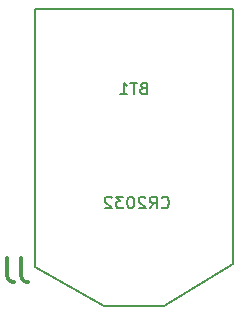
<source format=gbo>
G04 (created by PCBNEW (2013-07-07 BZR 4022)-stable) date 1/23/2014 9:04:30 AM*
%MOIN*%
G04 Gerber Fmt 3.4, Leading zero omitted, Abs format*
%FSLAX34Y34*%
G01*
G70*
G90*
G04 APERTURE LIST*
%ADD10C,0.00590551*%
%ADD11C,0.011811*%
G04 APERTURE END LIST*
G54D10*
G54D11*
X54242Y-61323D02*
X54242Y-61895D01*
X54271Y-62009D01*
X54328Y-62085D01*
X54414Y-62123D01*
X54471Y-62123D01*
X53785Y-61323D02*
X53785Y-61895D01*
X53814Y-62009D01*
X53871Y-62085D01*
X53957Y-62123D01*
X54014Y-62123D01*
G54D10*
X54700Y-53000D02*
X54700Y-61600D01*
X61300Y-61500D02*
X61300Y-53000D01*
X61300Y-53000D02*
X54700Y-53000D01*
X54700Y-61600D02*
X57000Y-62900D01*
X61300Y-61500D02*
X59000Y-62900D01*
X59000Y-62900D02*
X57000Y-62900D01*
X58309Y-55653D02*
X58253Y-55671D01*
X58234Y-55690D01*
X58215Y-55728D01*
X58215Y-55784D01*
X58234Y-55821D01*
X58253Y-55840D01*
X58290Y-55859D01*
X58440Y-55859D01*
X58440Y-55465D01*
X58309Y-55465D01*
X58271Y-55484D01*
X58253Y-55503D01*
X58234Y-55540D01*
X58234Y-55578D01*
X58253Y-55615D01*
X58271Y-55634D01*
X58309Y-55653D01*
X58440Y-55653D01*
X58103Y-55465D02*
X57878Y-55465D01*
X57990Y-55859D02*
X57990Y-55465D01*
X57540Y-55859D02*
X57765Y-55859D01*
X57653Y-55859D02*
X57653Y-55465D01*
X57690Y-55521D01*
X57728Y-55559D01*
X57765Y-55578D01*
X58924Y-59621D02*
X58943Y-59640D01*
X58999Y-59659D01*
X59037Y-59659D01*
X59093Y-59640D01*
X59131Y-59603D01*
X59149Y-59565D01*
X59168Y-59490D01*
X59168Y-59434D01*
X59149Y-59359D01*
X59131Y-59321D01*
X59093Y-59284D01*
X59037Y-59265D01*
X58999Y-59265D01*
X58943Y-59284D01*
X58924Y-59303D01*
X58531Y-59659D02*
X58662Y-59471D01*
X58756Y-59659D02*
X58756Y-59265D01*
X58606Y-59265D01*
X58568Y-59284D01*
X58549Y-59303D01*
X58531Y-59340D01*
X58531Y-59396D01*
X58549Y-59434D01*
X58568Y-59453D01*
X58606Y-59471D01*
X58756Y-59471D01*
X58381Y-59303D02*
X58362Y-59284D01*
X58324Y-59265D01*
X58231Y-59265D01*
X58193Y-59284D01*
X58174Y-59303D01*
X58156Y-59340D01*
X58156Y-59378D01*
X58174Y-59434D01*
X58399Y-59659D01*
X58156Y-59659D01*
X57912Y-59265D02*
X57875Y-59265D01*
X57837Y-59284D01*
X57818Y-59303D01*
X57800Y-59340D01*
X57781Y-59415D01*
X57781Y-59509D01*
X57800Y-59584D01*
X57818Y-59621D01*
X57837Y-59640D01*
X57875Y-59659D01*
X57912Y-59659D01*
X57950Y-59640D01*
X57968Y-59621D01*
X57987Y-59584D01*
X58006Y-59509D01*
X58006Y-59415D01*
X57987Y-59340D01*
X57968Y-59303D01*
X57950Y-59284D01*
X57912Y-59265D01*
X57650Y-59265D02*
X57406Y-59265D01*
X57537Y-59415D01*
X57481Y-59415D01*
X57443Y-59434D01*
X57425Y-59453D01*
X57406Y-59490D01*
X57406Y-59584D01*
X57425Y-59621D01*
X57443Y-59640D01*
X57481Y-59659D01*
X57593Y-59659D01*
X57631Y-59640D01*
X57650Y-59621D01*
X57256Y-59303D02*
X57237Y-59284D01*
X57200Y-59265D01*
X57106Y-59265D01*
X57068Y-59284D01*
X57050Y-59303D01*
X57031Y-59340D01*
X57031Y-59378D01*
X57050Y-59434D01*
X57275Y-59659D01*
X57031Y-59659D01*
M02*

</source>
